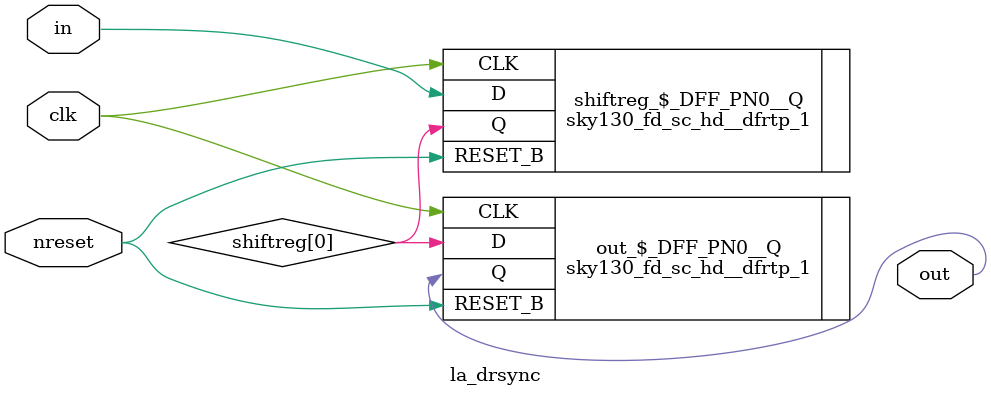
<source format=v>
/* Generated by Yosys 0.37 (git sha1 a5c7f69ed, clang 14.0.0-1ubuntu1.1 -fPIC -Os) */

module la_drsync(clk, in, nreset, out);
  input clk;
  wire clk;
  input in;
  wire in;
  input nreset;
  wire nreset;
  output out;
  wire out;
  wire \shiftreg[0] ;
  sky130_fd_sc_hd__dfrtp_1 \out_$_DFF_PN0__Q  (
    .CLK(clk),
    .D(\shiftreg[0] ),
    .Q(out),
    .RESET_B(nreset)
  );
  sky130_fd_sc_hd__dfrtp_1 \shiftreg_$_DFF_PN0__Q  (
    .CLK(clk),
    .D(in),
    .Q(\shiftreg[0] ),
    .RESET_B(nreset)
  );
endmodule

</source>
